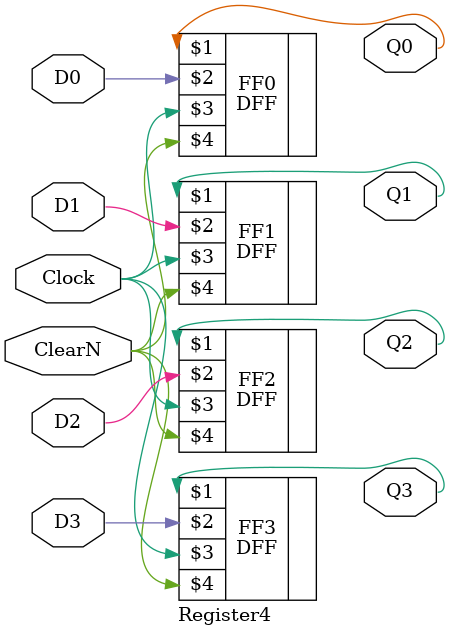
<source format=v>
module Register4 (Q3,Q2,Q1,Q0,D3,D2,D1,D0,Clock,ClearN);
output Q3,Q2,Q1,Q0; 
input D3,D2,D1,D0; 
input Clock,ClearN; 
DFF FF0 (Q0,D0,Clock,ClearN);
DFF FF1 (Q1,D1,Clock,ClearN); 
DFF FF2 (Q2,D2,Clock,ClearN); 
DFF FF3 (Q3,D3,Clock,ClearN);
endmodule


</source>
